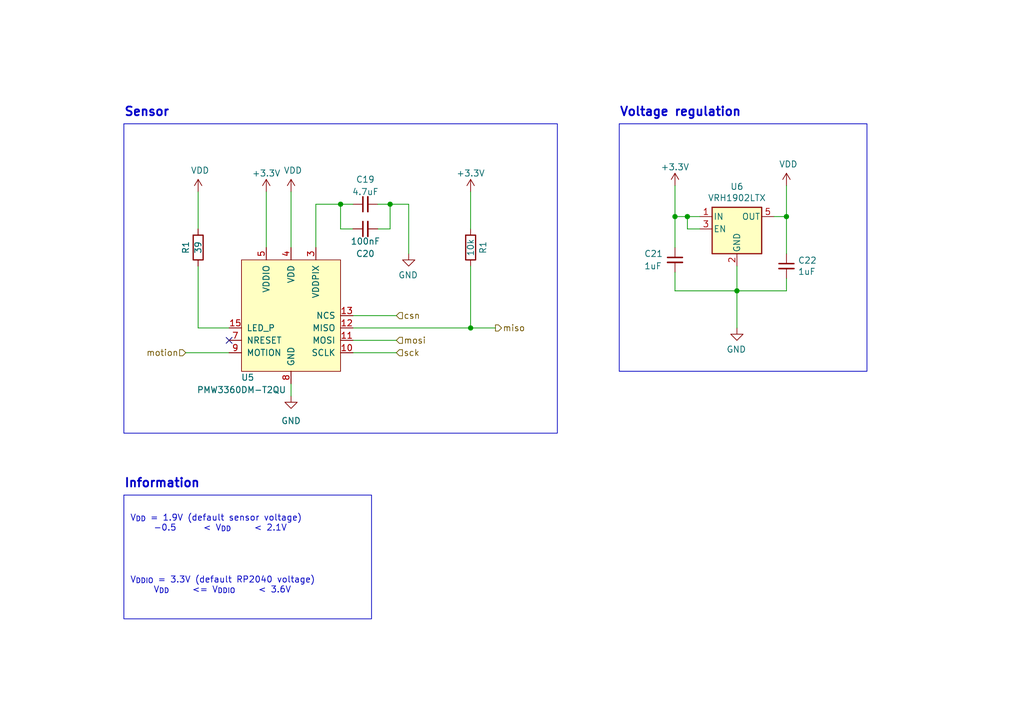
<source format=kicad_sch>
(kicad_sch (version 20230121) (generator eeschema)
  (paper "A5")
  (title_block (title "Trackball - PMW3360DM-T2QU") (date "2023-06-25"))
  (lib_symbols
    (symbol "Device:C_Small" (pin_numbers hide) (pin_names (offset 0.254) hide)
      (property "Reference" "C" (at 0.254 1.778 0))
      (property "Value" "C_Small" (at 0.254 -2.032 0))
      (symbol "C_Small_0_1"
        (polyline (pts (xy -1.524 -0.508) (xy 1.524 -0.508)) (stroke (width 0.3302)))
        (polyline (pts (xy -1.524 0.508) (xy 1.524 0.508)) (stroke (width 0.3048)))
      )
      (symbol "C_Small_1_1"
        (pin passive line (at 0 2.54 270) (length 2.032) (name "~") (number "1"))
        (pin passive line (at 0 -2.54 90) (length 2.032) (name "~") (number "2"))
      )
    )
    (symbol "Device:R" (pin_numbers hide) (pin_names (offset 0))
      (property "Reference" "R" (at 2.032 0 90))
      (property "Value" "R" (at 0 0 90))
      (symbol "R_0_1"
        (rectangle (start -1.016 -2.54) (end 1.016 2.54) (stroke (width 0.254)))
      )
      (symbol "R_1_1"
        (pin passive line (at 0 3.81 270) (length 1.27) (name "~") (number "1"))
        (pin passive line (at 0 -3.81 90) (length 1.27) (name "~") (number "2"))
      )
    )
    (symbol "Echinos:PMW3360DM-T2QU" (pin_names (offset 1.016))
      (property "Reference" "U8" (at -7.62 -13.97 0))
      (property "Value" "PMW3360DM-T2QU" (at 10.16 -13.97 0))
      (symbol "PMW3360DM-T2QU_0_1"
        (rectangle (start -10.16 10.16) (end 10.16 -12.7) (fill (type background)))
      )
      (symbol "PMW3360DM-T2QU_1_1"
        (pin no_connect line (at -12.7 0 0) (length 2.54) hide (name "NC") (number "1"))
        (pin input line (at 12.7 -8.89 180) (length 2.54) (name "SCLK") (number "10"))
        (pin input line (at 12.7 -6.35 180) (length 2.54) (name "MOSI") (number "11"))
        (pin output line (at 12.7 -3.81 180) (length 2.54) (name "MISO") (number "12"))
        (pin input line (at 12.7 -1.27 180) (length 2.54) (name "NCS") (number "13"))
        (pin no_connect line (at -12.7 10.16 0) (length 2.54) hide (name "NC") (number "14"))
        (pin input line (at -12.7 -3.81 0) (length 2.54) (name "LED_P") (number "15"))
        (pin no_connect line (at -12.7 2.54 0) (length 2.54) hide (name "NC") (number "16"))
        (pin no_connect line (at -12.7 5.08 0) (length 2.54) hide (name "NC") (number "2"))
        (pin power_in line (at 5.08 12.7 270) (length 2.54) (name "VDDPIX") (number "3"))
        (pin power_in line (at 0 12.7 270) (length 2.54) (name "VDD") (number "4"))
        (pin power_in line (at -5.08 12.7 270) (length 2.54) (name "VDDIO") (number "5"))
        (pin no_connect line (at -12.7 7.62 0) (length 2.54) hide (name "NC") (number "6"))
        (pin input line (at -12.7 -6.35 0) (length 2.54) (name "NRESET") (number "7"))
        (pin power_in line (at 0 -15.24 90) (length 2.54) (name "GND") (number "8"))
        (pin output line (at -12.7 -8.89 0) (length 2.54) (name "MOTION") (number "9"))
      )
    )
    (symbol "Regulator_Linear:TLV70019_SOT23-5" (pin_names (offset 0.254))
      (property "Reference" "U" (at -3.81 5.715 0))
      (property "Value" "TLV70019_SOT23-5" (at 0 5.715 0))
      (symbol "TLV70019_SOT23-5_0_1"
        (rectangle (start -5.08 4.445) (end 5.08 -5.08) (stroke (width 0.254)) (fill (type background)))
      )
      (symbol "TLV70019_SOT23-5_1_1"
        (pin power_in line (at -7.62 2.54 0) (length 2.54) (name "IN") (number "1"))
        (pin power_in line (at 0 -7.62 90) (length 2.54) (name "GND") (number "2"))
        (pin input line (at -7.62 0 0) (length 2.54) (name "EN") (number "3"))
        (pin no_connect line (at 5.08 0 180) (length 2.54) hide (name "NC") (number "4"))
        (pin power_out line (at 7.62 2.54 180) (length 2.54) (name "OUT") (number "5"))
      )
    )
    (symbol "power:+3.3V" (power) (pin_names (offset 0))
      (property "Value" "+3.3V" (at 0 3.556 0))
      (symbol "+3.3V_0_1"
        (polyline (pts (xy -0.762 1.27) (xy 0 2.54)))
        (polyline (pts (xy 0 0) (xy 0 2.54)))
        (polyline (pts (xy 0 2.54) (xy 0.762 1.27)))
      )
      (symbol "+3.3V_1_1"
        (pin power_in line (at 0 0 90) (length 0) hide (name "+3.3V") (number "1"))
      )
    )
    (symbol "power:GND" (power) (pin_names (offset 0))
      (property "Value" "GND" (at 0 -3.81 0))
      (symbol "GND_0_1"
        (polyline (pts (xy 0 0) (xy 0 -1.27) (xy 1.27 -1.27) (xy 0 -2.54) (xy -1.27 -1.27) (xy 0 -1.27)))
      )
      (symbol "GND_1_1"
        (pin power_in line (at 0 0 270) (length 0) hide (name "GND") (number "1"))
      )
    )
    (symbol "power:VDD" (power) (pin_names (offset 0))
      (property "Value" "VDD" (at 0 3.81 0))
      (symbol "VDD_0_1"
        (polyline (pts (xy -0.762 1.27) (xy 0 2.54)))
        (polyline (pts (xy 0 0) (xy 0 2.54)))
        (polyline (pts (xy 0 2.54) (xy 0.762 1.27)))
      )
      (symbol "VDD_1_1"
        (pin power_in line (at 0 0 90) (length 0) hide (name "VDD") (number "1"))
      )
    )
  )
  (junction (at 138.43 44.45))
  (junction (at 140.97 44.45))
  (junction (at 69.85 41.91))
  (junction (at 96.52 67.31))
  (junction (at 80.01 41.91))
  (junction (at 161.29 44.45))
  (junction (at 151.13 59.69))
  (no_connect (at 46.99 69.85))
  (wire (pts (xy 161.29 44.45) (xy 158.75 44.45)))
  (wire (pts (xy 138.43 59.69) (xy 151.13 59.69)))
  (wire (pts (xy 77.47 46.99) (xy 80.01 46.99)))
  (wire (pts (xy 138.43 50.8) (xy 138.43 44.45)))
  (wire (pts (xy 140.97 44.45) (xy 143.51 44.45)))
  (wire (pts (xy 96.52 39.37) (xy 96.52 46.99)))
  (wire (pts (xy 40.64 39.37) (xy 40.64 46.99)))
  (wire (pts (xy 72.39 69.85) (xy 81.28 69.85)))
  (wire (pts (xy 38.1 72.39) (xy 46.99 72.39)))
  (wire (pts (xy 59.69 78.74) (xy 59.69 81.28)))
  (wire (pts (xy 54.61 50.8) (xy 54.61 39.37)))
  (wire (pts (xy 83.82 41.91) (xy 80.01 41.91)))
  (wire (pts (xy 69.85 46.99) (xy 72.39 46.99)))
  (wire (pts (xy 72.39 72.39) (xy 81.28 72.39)))
  (wire (pts (xy 59.69 39.37) (xy 59.69 50.8)))
  (wire (pts (xy 138.43 38.1) (xy 138.43 44.45)))
  (wire (pts (xy 161.29 52.07) (xy 161.29 44.45)))
  (wire (pts (xy 40.64 67.31) (xy 40.64 54.61)))
  (wire (pts (xy 64.77 41.91) (xy 69.85 41.91)))
  (wire (pts (xy 140.97 44.45) (xy 138.43 44.45)))
  (wire (pts (xy 69.85 41.91) (xy 69.85 46.99)))
  (wire (pts (xy 83.82 52.07) (xy 83.82 41.91)))
  (wire (pts (xy 80.01 41.91) (xy 77.47 41.91)))
  (wire (pts (xy 140.97 46.99) (xy 140.97 44.45)))
  (wire (pts (xy 72.39 64.77) (xy 81.28 64.77)))
  (wire (pts (xy 138.43 55.88) (xy 138.43 59.69)))
  (wire (pts (xy 46.99 67.31) (xy 40.64 67.31)))
  (wire (pts (xy 96.52 54.61) (xy 96.52 67.31)))
  (wire (pts (xy 161.29 38.1) (xy 161.29 44.45)))
  (wire (pts (xy 96.52 67.31) (xy 101.6 67.31)))
  (wire (pts (xy 80.01 46.99) (xy 80.01 41.91)))
  (wire (pts (xy 69.85 41.91) (xy 72.39 41.91)))
  (wire (pts (xy 140.97 46.99) (xy 143.51 46.99)))
  (wire (pts (xy 161.29 59.69) (xy 151.13 59.69)))
  (wire (pts (xy 151.13 59.69) (xy 151.13 54.61)))
  (wire (pts (xy 161.29 57.15) (xy 161.29 59.69)))
  (wire (pts (xy 72.39 67.31) (xy 96.52 67.31)))
  (wire (pts (xy 64.77 41.91) (xy 64.77 50.8)))
  (wire (pts (xy 151.13 67.31) (xy 151.13 59.69)))
  (rectangle (start 127 25.4) (end 177.8 76.2))
  (rectangle (start 25.4 25.4) (end 114.3 88.9))
  (rectangle (start 25.4 101.6) (end 76.2 127))
  (text "Voltage regulation" (at 127 24.13 0) (effects (font (size 1.778 1.778) (thickness 0.3556) bold) (justify left bottom)))
  (text "Sensor" (at 25.4 24.13 0) (effects (font (size 1.778 1.778) (thickness 0.3556) bold) (justify left bottom)))
  (text "V_{DDIO} = 3.3V (default RP2040 voltage)\n	V_{DD}	<= V_{DDIO}	< 3.6V" (at 26.67 121.92 0) (effects (font (size 1.27 1.27)) (justify left bottom)))
  (text "Information" (at 25.4 100.33 0) (effects (font (size 1.778 1.778) (thickness 0.3556) bold) (justify left bottom)))
  (text "V_{DD} = 1.9V (default sensor voltage)\n	-0.5	< V_{DD}	< 2.1V" (at 26.67 109.22 0) (effects (font (size 1.27 1.27)) (justify left bottom)))
  (hierarchical_label "mosi" (shape input) (at 81.28 69.85 0))
  (hierarchical_label "miso" (shape output) (at 101.6 67.31 0))
  (hierarchical_label "sck" (shape input) (at 81.28 72.39 0))
  (hierarchical_label "csn" (shape input) (at 81.28 64.77 0))
  (hierarchical_label "motion" (shape input) (at 38.1 72.39 180))
  (symbol (lib_id "power:VDD") (at 59.69 39.37 0) (unit 1)
    (property "Reference" "#PWR044" (effects hide))
    (property "Value" "VDD" (at 60.071 34.9758 0))
  )
  (symbol (lib_id "power:GND") (at 83.82 52.07 0) (mirror y) (unit 1)
    (property "Reference" "#PWR046" (effects hide))
    (property "Value" "GND" (at 83.693 56.4642 0))
  )
  (symbol (lib_id "power:+3.3V") (at 96.52 39.37 0) (unit 1)
    (property "Reference" "#PWR047" (effects hide))
    (property "Value" "+3.3V" (at 96.52 35.56 0))
  )
  (symbol (lib_id "Device:C_Small") (at 138.43 53.34 0) (unit 1)
    (property "Reference" "C21" (at 132.08 52.07 0) (effects (justify left)))
    (property "Value" "1uF" (at 132.08 54.61 0) (effects (justify left)))
    (property "Footprint" "Capacitor_SMD:C_0603_1608Metric_Pad1.08x0.95mm_HandSolder" (effects hide))
    (property "LCSC" "C15849" (effects hide))
  )
  (symbol (lib_id "Device:C_Small") (at 74.93 46.99 90) (mirror x) (unit 1)
    (property "Reference" "C20" (at 74.93 52.07 90))
    (property "Value" "100nF" (at 74.93 49.53 90))
    (property "Footprint" "Capacitor_SMD:C_0603_1608Metric_Pad1.08x0.95mm_HandSolder" (effects hide))
    (property "LCSC" "C14663" (effects hide))
  )
  (symbol (lib_id "Device:R") (at 96.52 50.8 0) (unit 1)
    (property "Reference" "R1" (at 99.06 50.8 90))
    (property "Value" "10k" (at 96.52 50.8 90))
    (property "Footprint" "Resistor_SMD:R_0603_1608Metric_Pad0.98x0.95mm_HandSolder" (effects hide))
    (property "Datasheet" "1608 = C161787 | 2012 = C510098" (effects hide))
    (property "LCSC" "C161787" (effects hide))
    (instances (project "Echinos" (path "" (reference "R1") (unit 1)) (path "" (reference "R11") (unit 1)) (path "" (reference "R17") (unit 1))) (project "Echinos" (path "" (reference "R6") (unit 1))))
  )
  (symbol (lib_id "power:+3.3V") (at 138.43 38.1 0) (unit 1)
    (property "Reference" "#PWR048" (effects hide))
    (property "Value" "+3.3V" (at 138.43 34.29 0))
  )
  (symbol (lib_id "Echinos:PMW3360DM-T2QU") (at 59.69 63.5 0) (unit 1)
    (property "Reference" "U5" (at 50.8 77.47 0))
    (property "Value" "PMW3360DM-T2QU" (at 49.53 80.01 0))
    (property "Footprint" "Echinos:IC_PMW3360DM-T2QU" (effects hide))
  )
  (symbol (lib_id "power:GND") (at 151.13 67.31 0) (mirror y) (unit 1)
    (property "Reference" "#PWR049" (effects hide))
    (property "Value" "GND" (at 151.003 71.7042 0))
  )
  (symbol (lib_id "Device:C_Small") (at 74.93 41.91 90) (mirror x) (unit 1)
    (property "Reference" "C19" (at 74.93 36.83 90))
    (property "Value" "4.7uF" (at 74.93 39.37 90))
    (property "Footprint" "Capacitor_SMD:C_0603_1608Metric_Pad1.08x0.95mm_HandSolder" (effects hide))
    (property "LCSC" "C19666" (effects hide))
  )
  (symbol (lib_id "Device:R") (at 40.64 50.8 0) (mirror y) (unit 1)
    (property "Reference" "R1" (at 38.1 50.8 90))
    (property "Value" "39" (at 40.64 50.8 90))
    (property "Footprint" "Resistor_SMD:R_0603_1608Metric_Pad0.98x0.95mm_HandSolder" (effects hide))
    (property "Datasheet" "1608 = C218000 | 2012 = C2828835" (effects hide))
    (property "LCSC" "C218000" (effects hide))
    (instances (project "Echinos" (path "" (reference "R1") (unit 1)) (path "" (reference "R11") (unit 1)) (path "" (reference "R16") (unit 1))) (project "Echinos" (path "" (reference "R6") (unit 1))))
  )
  (symbol (lib_id "power:VDD") (at 161.29 38.1 0) (unit 1)
    (property "Reference" "#PWR050" (effects hide))
    (property "Value" "VDD" (at 161.671 33.7058 0))
  )
  (symbol (lib_id "power:GND") (at 59.69 81.28 0) (unit 1)
    (property "Reference" "#PWR045" (effects hide))
    (property "Value" "GND" (at 59.69 86.36 0))
  )
  (symbol (lib_id "power:VDD") (at 40.64 39.37 0) (unit 1)
    (property "Reference" "#PWR042" (effects hide))
    (property "Value" "VDD" (at 41.021 34.9758 0))
  )
  (symbol (lib_id "Regulator_Linear:TLV70019_SOT23-5") (at 151.13 46.99 0) (unit 1)
    (property "Reference" "U6" (at 151.13 38.3032 0))
    (property "Value" "VRH1902LTX" (at 151.13 40.6146 0))
    (property "Footprint" "Package_TO_SOT_SMD:SOT-23-5_HandSoldering" (effects hide))
    (property "Datasheet" "http://www.ti.com/lit/ds/symlink/tlv700.pdf" (effects hide))
    (property "LCSC" "C697975" (effects hide))
    (property "JLCPCB Rotation Offset" "-90" (effects hide))
  )
  (symbol (lib_id "power:+3.3V") (at 54.61 39.37 0) (unit 1)
    (property "Reference" "#PWR043" (effects hide))
    (property "Value" "+3.3V" (at 54.61 35.56 0))
  )
  (symbol (lib_id "Device:C_Small") (at 161.29 54.61 0) (unit 1)
    (property "Reference" "C22" (at 163.6268 53.4416 0) (effects (justify left)))
    (property "Value" "1uF" (at 163.6268 55.753 0) (effects (justify left)))
    (property "Footprint" "Capacitor_SMD:C_0603_1608Metric_Pad1.08x0.95mm_HandSolder" (effects hide))
    (property "LCSC" "C15849" (effects hide))
  )
)
</source>
